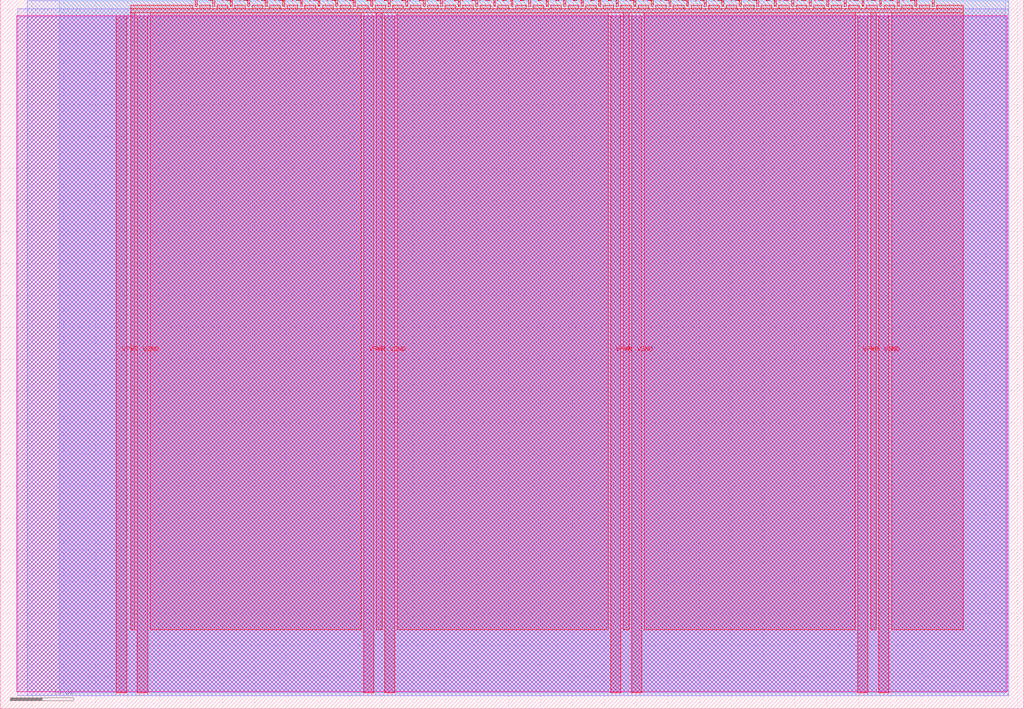
<source format=lef>
VERSION 5.7 ;
  NOWIREEXTENSIONATPIN ON ;
  DIVIDERCHAR "/" ;
  BUSBITCHARS "[]" ;
MACRO tt_um_seven_segment_animations
  CLASS BLOCK ;
  FOREIGN tt_um_seven_segment_animations ;
  ORIGIN 0.000 0.000 ;
  SIZE 161.000 BY 111.520 ;
  PIN VGND
    DIRECTION INOUT ;
    USE GROUND ;
    PORT
      LAYER met4 ;
        RECT 21.580 2.480 23.180 109.040 ;
    END
    PORT
      LAYER met4 ;
        RECT 60.450 2.480 62.050 109.040 ;
    END
    PORT
      LAYER met4 ;
        RECT 99.320 2.480 100.920 109.040 ;
    END
    PORT
      LAYER met4 ;
        RECT 138.190 2.480 139.790 109.040 ;
    END
  END VGND
  PIN VPWR
    DIRECTION INOUT ;
    USE POWER ;
    PORT
      LAYER met4 ;
        RECT 18.280 2.480 19.880 109.040 ;
    END
    PORT
      LAYER met4 ;
        RECT 57.150 2.480 58.750 109.040 ;
    END
    PORT
      LAYER met4 ;
        RECT 96.020 2.480 97.620 109.040 ;
    END
    PORT
      LAYER met4 ;
        RECT 134.890 2.480 136.490 109.040 ;
    END
  END VPWR
  PIN clk
    DIRECTION INPUT ;
    USE SIGNAL ;
    ANTENNAGATEAREA 0.852000 ;
    PORT
      LAYER met4 ;
        RECT 143.830 110.520 144.130 111.520 ;
    END
  END clk
  PIN ena
    DIRECTION INPUT ;
    USE SIGNAL ;
    PORT
      LAYER met4 ;
        RECT 146.590 110.520 146.890 111.520 ;
    END
  END ena
  PIN rst_n
    DIRECTION INPUT ;
    USE SIGNAL ;
    ANTENNAGATEAREA 0.196500 ;
    PORT
      LAYER met4 ;
        RECT 141.070 110.520 141.370 111.520 ;
    END
  END rst_n
  PIN ui_in[0]
    DIRECTION INPUT ;
    USE SIGNAL ;
    ANTENNAGATEAREA 0.196500 ;
    PORT
      LAYER met4 ;
        RECT 138.310 110.520 138.610 111.520 ;
    END
  END ui_in[0]
  PIN ui_in[1]
    DIRECTION INPUT ;
    USE SIGNAL ;
    ANTENNAGATEAREA 0.126000 ;
    PORT
      LAYER met4 ;
        RECT 135.550 110.520 135.850 111.520 ;
    END
  END ui_in[1]
  PIN ui_in[2]
    DIRECTION INPUT ;
    USE SIGNAL ;
    ANTENNAGATEAREA 0.126000 ;
    PORT
      LAYER met4 ;
        RECT 132.790 110.520 133.090 111.520 ;
    END
  END ui_in[2]
  PIN ui_in[3]
    DIRECTION INPUT ;
    USE SIGNAL ;
    ANTENNAGATEAREA 0.126000 ;
    PORT
      LAYER met4 ;
        RECT 130.030 110.520 130.330 111.520 ;
    END
  END ui_in[3]
  PIN ui_in[4]
    DIRECTION INPUT ;
    USE SIGNAL ;
    PORT
      LAYER met4 ;
        RECT 127.270 110.520 127.570 111.520 ;
    END
  END ui_in[4]
  PIN ui_in[5]
    DIRECTION INPUT ;
    USE SIGNAL ;
    PORT
      LAYER met4 ;
        RECT 124.510 110.520 124.810 111.520 ;
    END
  END ui_in[5]
  PIN ui_in[6]
    DIRECTION INPUT ;
    USE SIGNAL ;
    PORT
      LAYER met4 ;
        RECT 121.750 110.520 122.050 111.520 ;
    END
  END ui_in[6]
  PIN ui_in[7]
    DIRECTION INPUT ;
    USE SIGNAL ;
    PORT
      LAYER met4 ;
        RECT 118.990 110.520 119.290 111.520 ;
    END
  END ui_in[7]
  PIN uio_in[0]
    DIRECTION INPUT ;
    USE SIGNAL ;
    PORT
      LAYER met4 ;
        RECT 116.230 110.520 116.530 111.520 ;
    END
  END uio_in[0]
  PIN uio_in[1]
    DIRECTION INPUT ;
    USE SIGNAL ;
    PORT
      LAYER met4 ;
        RECT 113.470 110.520 113.770 111.520 ;
    END
  END uio_in[1]
  PIN uio_in[2]
    DIRECTION INPUT ;
    USE SIGNAL ;
    PORT
      LAYER met4 ;
        RECT 110.710 110.520 111.010 111.520 ;
    END
  END uio_in[2]
  PIN uio_in[3]
    DIRECTION INPUT ;
    USE SIGNAL ;
    PORT
      LAYER met4 ;
        RECT 107.950 110.520 108.250 111.520 ;
    END
  END uio_in[3]
  PIN uio_in[4]
    DIRECTION INPUT ;
    USE SIGNAL ;
    PORT
      LAYER met4 ;
        RECT 105.190 110.520 105.490 111.520 ;
    END
  END uio_in[4]
  PIN uio_in[5]
    DIRECTION INPUT ;
    USE SIGNAL ;
    PORT
      LAYER met4 ;
        RECT 102.430 110.520 102.730 111.520 ;
    END
  END uio_in[5]
  PIN uio_in[6]
    DIRECTION INPUT ;
    USE SIGNAL ;
    PORT
      LAYER met4 ;
        RECT 99.670 110.520 99.970 111.520 ;
    END
  END uio_in[6]
  PIN uio_in[7]
    DIRECTION INPUT ;
    USE SIGNAL ;
    PORT
      LAYER met4 ;
        RECT 96.910 110.520 97.210 111.520 ;
    END
  END uio_in[7]
  PIN uio_oe[0]
    DIRECTION OUTPUT ;
    USE SIGNAL ;
    PORT
      LAYER met4 ;
        RECT 49.990 110.520 50.290 111.520 ;
    END
  END uio_oe[0]
  PIN uio_oe[1]
    DIRECTION OUTPUT ;
    USE SIGNAL ;
    PORT
      LAYER met4 ;
        RECT 47.230 110.520 47.530 111.520 ;
    END
  END uio_oe[1]
  PIN uio_oe[2]
    DIRECTION OUTPUT ;
    USE SIGNAL ;
    PORT
      LAYER met4 ;
        RECT 44.470 110.520 44.770 111.520 ;
    END
  END uio_oe[2]
  PIN uio_oe[3]
    DIRECTION OUTPUT ;
    USE SIGNAL ;
    PORT
      LAYER met4 ;
        RECT 41.710 110.520 42.010 111.520 ;
    END
  END uio_oe[3]
  PIN uio_oe[4]
    DIRECTION OUTPUT ;
    USE SIGNAL ;
    PORT
      LAYER met4 ;
        RECT 38.950 110.520 39.250 111.520 ;
    END
  END uio_oe[4]
  PIN uio_oe[5]
    DIRECTION OUTPUT ;
    USE SIGNAL ;
    PORT
      LAYER met4 ;
        RECT 36.190 110.520 36.490 111.520 ;
    END
  END uio_oe[5]
  PIN uio_oe[6]
    DIRECTION OUTPUT ;
    USE SIGNAL ;
    PORT
      LAYER met4 ;
        RECT 33.430 110.520 33.730 111.520 ;
    END
  END uio_oe[6]
  PIN uio_oe[7]
    DIRECTION OUTPUT ;
    USE SIGNAL ;
    PORT
      LAYER met4 ;
        RECT 30.670 110.520 30.970 111.520 ;
    END
  END uio_oe[7]
  PIN uio_out[0]
    DIRECTION OUTPUT ;
    USE SIGNAL ;
    ANTENNADIFFAREA 0.445500 ;
    PORT
      LAYER met4 ;
        RECT 72.070 110.520 72.370 111.520 ;
    END
  END uio_out[0]
  PIN uio_out[1]
    DIRECTION OUTPUT ;
    USE SIGNAL ;
    ANTENNADIFFAREA 0.445500 ;
    PORT
      LAYER met4 ;
        RECT 69.310 110.520 69.610 111.520 ;
    END
  END uio_out[1]
  PIN uio_out[2]
    DIRECTION OUTPUT ;
    USE SIGNAL ;
    ANTENNADIFFAREA 0.445500 ;
    PORT
      LAYER met4 ;
        RECT 66.550 110.520 66.850 111.520 ;
    END
  END uio_out[2]
  PIN uio_out[3]
    DIRECTION OUTPUT ;
    USE SIGNAL ;
    ANTENNADIFFAREA 0.445500 ;
    PORT
      LAYER met4 ;
        RECT 63.790 110.520 64.090 111.520 ;
    END
  END uio_out[3]
  PIN uio_out[4]
    DIRECTION OUTPUT ;
    USE SIGNAL ;
    ANTENNADIFFAREA 0.445500 ;
    PORT
      LAYER met4 ;
        RECT 61.030 110.520 61.330 111.520 ;
    END
  END uio_out[4]
  PIN uio_out[5]
    DIRECTION OUTPUT ;
    USE SIGNAL ;
    ANTENNADIFFAREA 0.445500 ;
    PORT
      LAYER met4 ;
        RECT 58.270 110.520 58.570 111.520 ;
    END
  END uio_out[5]
  PIN uio_out[6]
    DIRECTION OUTPUT ;
    USE SIGNAL ;
    ANTENNADIFFAREA 0.445500 ;
    PORT
      LAYER met4 ;
        RECT 55.510 110.520 55.810 111.520 ;
    END
  END uio_out[6]
  PIN uio_out[7]
    DIRECTION OUTPUT ;
    USE SIGNAL ;
    ANTENNADIFFAREA 0.445500 ;
    PORT
      LAYER met4 ;
        RECT 52.750 110.520 53.050 111.520 ;
    END
  END uio_out[7]
  PIN uo_out[0]
    DIRECTION OUTPUT ;
    USE SIGNAL ;
    ANTENNADIFFAREA 1.431000 ;
    PORT
      LAYER met4 ;
        RECT 94.150 110.520 94.450 111.520 ;
    END
  END uo_out[0]
  PIN uo_out[1]
    DIRECTION OUTPUT ;
    USE SIGNAL ;
    ANTENNADIFFAREA 1.431000 ;
    PORT
      LAYER met4 ;
        RECT 91.390 110.520 91.690 111.520 ;
    END
  END uo_out[1]
  PIN uo_out[2]
    DIRECTION OUTPUT ;
    USE SIGNAL ;
    ANTENNADIFFAREA 1.431000 ;
    PORT
      LAYER met4 ;
        RECT 88.630 110.520 88.930 111.520 ;
    END
  END uo_out[2]
  PIN uo_out[3]
    DIRECTION OUTPUT ;
    USE SIGNAL ;
    ANTENNADIFFAREA 1.431000 ;
    PORT
      LAYER met4 ;
        RECT 85.870 110.520 86.170 111.520 ;
    END
  END uo_out[3]
  PIN uo_out[4]
    DIRECTION OUTPUT ;
    USE SIGNAL ;
    ANTENNADIFFAREA 1.484000 ;
    PORT
      LAYER met4 ;
        RECT 83.110 110.520 83.410 111.520 ;
    END
  END uo_out[4]
  PIN uo_out[5]
    DIRECTION OUTPUT ;
    USE SIGNAL ;
    ANTENNADIFFAREA 1.683800 ;
    PORT
      LAYER met4 ;
        RECT 80.350 110.520 80.650 111.520 ;
    END
  END uo_out[5]
  PIN uo_out[6]
    DIRECTION OUTPUT ;
    USE SIGNAL ;
    ANTENNADIFFAREA 1.484000 ;
    PORT
      LAYER met4 ;
        RECT 77.590 110.520 77.890 111.520 ;
    END
  END uo_out[6]
  PIN uo_out[7]
    DIRECTION OUTPUT ;
    USE SIGNAL ;
    PORT
      LAYER met4 ;
        RECT 74.830 110.520 75.130 111.520 ;
    END
  END uo_out[7]
  OBS
      LAYER nwell ;
        RECT 2.570 2.635 158.430 108.990 ;
      LAYER li1 ;
        RECT 2.760 2.635 158.240 108.885 ;
      LAYER met1 ;
        RECT 2.760 2.080 158.630 110.120 ;
      LAYER met2 ;
        RECT 4.240 2.050 158.600 111.365 ;
      LAYER met3 ;
        RECT 9.265 2.555 158.175 111.345 ;
      LAYER met4 ;
        RECT 20.535 110.120 30.270 110.665 ;
        RECT 31.370 110.120 33.030 110.665 ;
        RECT 34.130 110.120 35.790 110.665 ;
        RECT 36.890 110.120 38.550 110.665 ;
        RECT 39.650 110.120 41.310 110.665 ;
        RECT 42.410 110.120 44.070 110.665 ;
        RECT 45.170 110.120 46.830 110.665 ;
        RECT 47.930 110.120 49.590 110.665 ;
        RECT 50.690 110.120 52.350 110.665 ;
        RECT 53.450 110.120 55.110 110.665 ;
        RECT 56.210 110.120 57.870 110.665 ;
        RECT 58.970 110.120 60.630 110.665 ;
        RECT 61.730 110.120 63.390 110.665 ;
        RECT 64.490 110.120 66.150 110.665 ;
        RECT 67.250 110.120 68.910 110.665 ;
        RECT 70.010 110.120 71.670 110.665 ;
        RECT 72.770 110.120 74.430 110.665 ;
        RECT 75.530 110.120 77.190 110.665 ;
        RECT 78.290 110.120 79.950 110.665 ;
        RECT 81.050 110.120 82.710 110.665 ;
        RECT 83.810 110.120 85.470 110.665 ;
        RECT 86.570 110.120 88.230 110.665 ;
        RECT 89.330 110.120 90.990 110.665 ;
        RECT 92.090 110.120 93.750 110.665 ;
        RECT 94.850 110.120 96.510 110.665 ;
        RECT 97.610 110.120 99.270 110.665 ;
        RECT 100.370 110.120 102.030 110.665 ;
        RECT 103.130 110.120 104.790 110.665 ;
        RECT 105.890 110.120 107.550 110.665 ;
        RECT 108.650 110.120 110.310 110.665 ;
        RECT 111.410 110.120 113.070 110.665 ;
        RECT 114.170 110.120 115.830 110.665 ;
        RECT 116.930 110.120 118.590 110.665 ;
        RECT 119.690 110.120 121.350 110.665 ;
        RECT 122.450 110.120 124.110 110.665 ;
        RECT 125.210 110.120 126.870 110.665 ;
        RECT 127.970 110.120 129.630 110.665 ;
        RECT 130.730 110.120 132.390 110.665 ;
        RECT 133.490 110.120 135.150 110.665 ;
        RECT 136.250 110.120 137.910 110.665 ;
        RECT 139.010 110.120 140.670 110.665 ;
        RECT 141.770 110.120 143.430 110.665 ;
        RECT 144.530 110.120 146.190 110.665 ;
        RECT 147.290 110.120 151.505 110.665 ;
        RECT 20.535 109.440 151.505 110.120 ;
        RECT 20.535 12.415 21.180 109.440 ;
        RECT 23.580 12.415 56.750 109.440 ;
        RECT 59.150 12.415 60.050 109.440 ;
        RECT 62.450 12.415 95.620 109.440 ;
        RECT 98.020 12.415 98.920 109.440 ;
        RECT 101.320 12.415 134.490 109.440 ;
        RECT 136.890 12.415 137.790 109.440 ;
        RECT 140.190 12.415 151.505 109.440 ;
  END
END tt_um_seven_segment_animations
END LIBRARY


</source>
